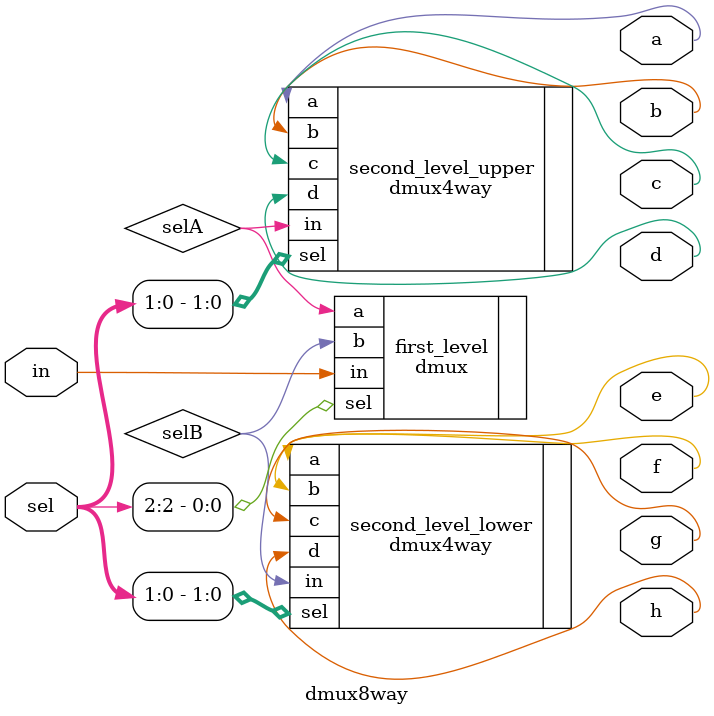
<source format=v>

`timescale 1ns / 1ps

module dmux8way (
    input  wire in,        // Single data input (source signal)
    input  wire [2:0] sel, // 3-bit select signal (sel[2]=MSB, sel[1:0]=LSB pair)
    output wire a,         // Output A (active when sel=000)
    output wire b,         // Output B (active when sel=001)
    output wire c,         // Output C (active when sel=010)
    output wire d,         // Output D (active when sel=011)
    output wire e,         // Output E (active when sel=100)
    output wire f,         // Output F (active when sel=101)
    output wire g,         // Output G (active when sel=110)
    output wire h          // Output H (active when sel=111)
);

    // Internal signals for hierarchical routing
    wire selA, selB;       // First level outputs (intermediate routing)

    // Stage 1: First Level Demux - Route based on MSB (sel[2])
    // sel[2]=0: route to selA (covers outputs a,b,c,d)
    // sel[2]=1: route to selB (covers outputs e,f,g,h)
    dmux first_level (
        .in (in),          // Source data input
        .sel(sel[2]),      // MSB selector (high bit)
        .a  (selA),        // Route to upper half (a,b,c,d)
        .b  (selB)         // Route to lower half (e,f,g,h)
    );

    // Stage 2a: Second Level DMux4Way - Upper half routing (selA -> a,b,c,d)
    // Routes selA signal to final outputs a,b,c,d based on sel[1:0]
    dmux4way second_level_upper (
        .in (selA),        // Input from first level upper output
        .sel(sel[1:0]),    // 2-bit LSB selector
        .a  (a),           // Final output A (sel=000)
        .b  (b),           // Final output B (sel=001)
        .c  (c),           // Final output C (sel=010)
        .d  (d)            // Final output D (sel=011)
    );

    // Stage 2b: Second Level DMux4Way - Lower half routing (selB -> e,f,g,h)
    // Routes selB signal to final outputs e,f,g,h based on sel[1:0]
    dmux4way second_level_lower (
        .in (selB),        // Input from first level lower output
        .sel(sel[1:0]),    // 2-bit LSB selector
        .a  (e),           // Final output E (sel=100)
        .b  (f),           // Final output F (sel=101)
        .c  (g),           // Final output G (sel=110)
        .d  (h)            // Final output H (sel=111)
    );

    // Truth Table Summary:
    // sel[2:0] = 000 -> a=in, others=0
    // sel[2:0] = 001 -> b=in, others=0
    // sel[2:0] = 010 -> c=in, others=0
    // sel[2:0] = 011 -> d=in, others=0
    // sel[2:0] = 100 -> e=in, others=0
    // sel[2:0] = 101 -> f=in, others=0
    // sel[2:0] = 110 -> g=in, others=0
    // sel[2:0] = 111 -> h=in, others=0

endmodule
</source>
